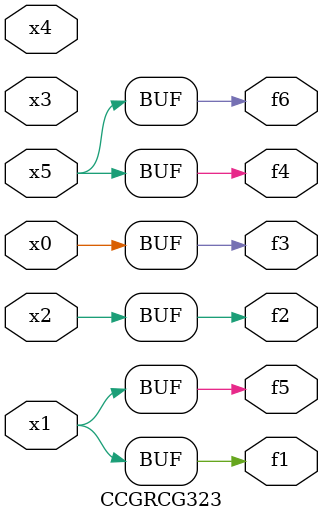
<source format=v>
module CCGRCG323(
	input x0, x1, x2, x3, x4, x5,
	output f1, f2, f3, f4, f5, f6
);
	assign f1 = x1;
	assign f2 = x2;
	assign f3 = x0;
	assign f4 = x5;
	assign f5 = x1;
	assign f6 = x5;
endmodule

</source>
